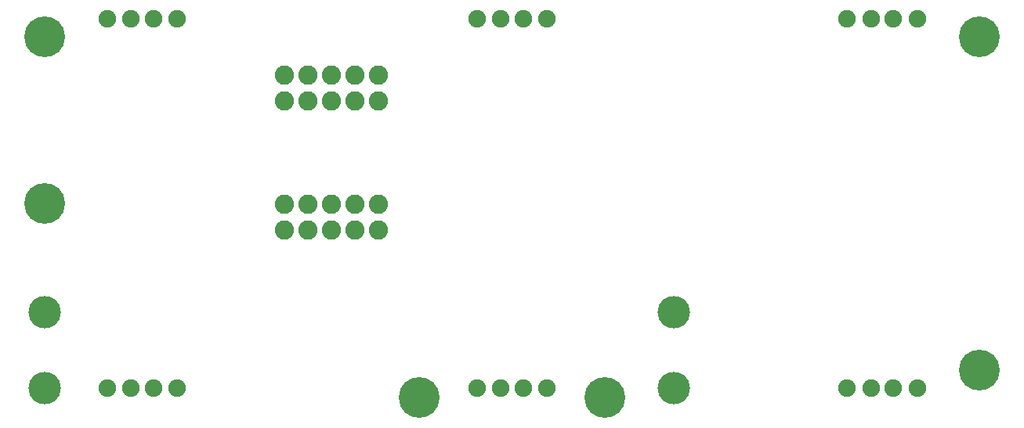
<source format=gbs>
G75*
%MOIN*%
%OFA0B0*%
%FSLAX25Y25*%
%IPPOS*%
%LPD*%
%AMOC8*
5,1,8,0,0,1.08239X$1,22.5*
%
%ADD10C,0.17335*%
%ADD11C,0.08200*%
%ADD12C,0.13800*%
%ADD13C,0.07493*%
D10*
X0188008Y0016748D03*
X0266748Y0016748D03*
X0426197Y0028559D03*
X0426197Y0170291D03*
X0028559Y0170291D03*
X0028559Y0099425D03*
D11*
X0130606Y0099020D03*
X0140606Y0099020D03*
X0150606Y0099020D03*
X0160606Y0099020D03*
X0170606Y0099020D03*
X0170606Y0088020D03*
X0160606Y0088020D03*
X0150606Y0088020D03*
X0140606Y0088020D03*
X0130606Y0088020D03*
X0130606Y0143138D03*
X0140606Y0143138D03*
X0150606Y0143138D03*
X0160606Y0143138D03*
X0170606Y0143138D03*
X0170606Y0154138D03*
X0160606Y0154138D03*
X0150606Y0154138D03*
X0140606Y0154138D03*
X0130606Y0154138D03*
D12*
X0028559Y0020685D03*
X0028559Y0053165D03*
X0296276Y0053165D03*
X0296276Y0020685D03*
D13*
X0242240Y0020685D03*
X0232201Y0020685D03*
X0222555Y0020685D03*
X0212516Y0020685D03*
X0084760Y0020685D03*
X0074720Y0020685D03*
X0065075Y0020685D03*
X0055035Y0020685D03*
X0369996Y0020685D03*
X0380035Y0020685D03*
X0389681Y0020685D03*
X0399720Y0020685D03*
X0399720Y0178165D03*
X0389681Y0178165D03*
X0380035Y0178165D03*
X0369996Y0178165D03*
X0242240Y0178165D03*
X0232201Y0178165D03*
X0222555Y0178165D03*
X0212516Y0178165D03*
X0084760Y0178165D03*
X0074720Y0178165D03*
X0065075Y0178165D03*
X0055035Y0178165D03*
M02*

</source>
